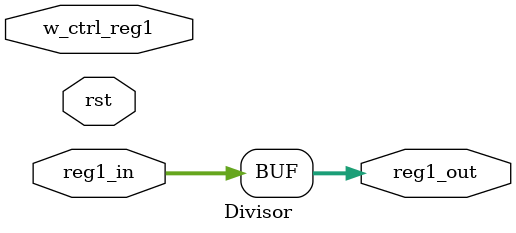
<source format=v>
module Divisor (
    output [31:0] reg1_out,
    input [31:0] reg1_in,
    input w_ctrl_reg1,
    input rst
);
    
    assign reg1_out = reg1_in;

endmodule



</source>
